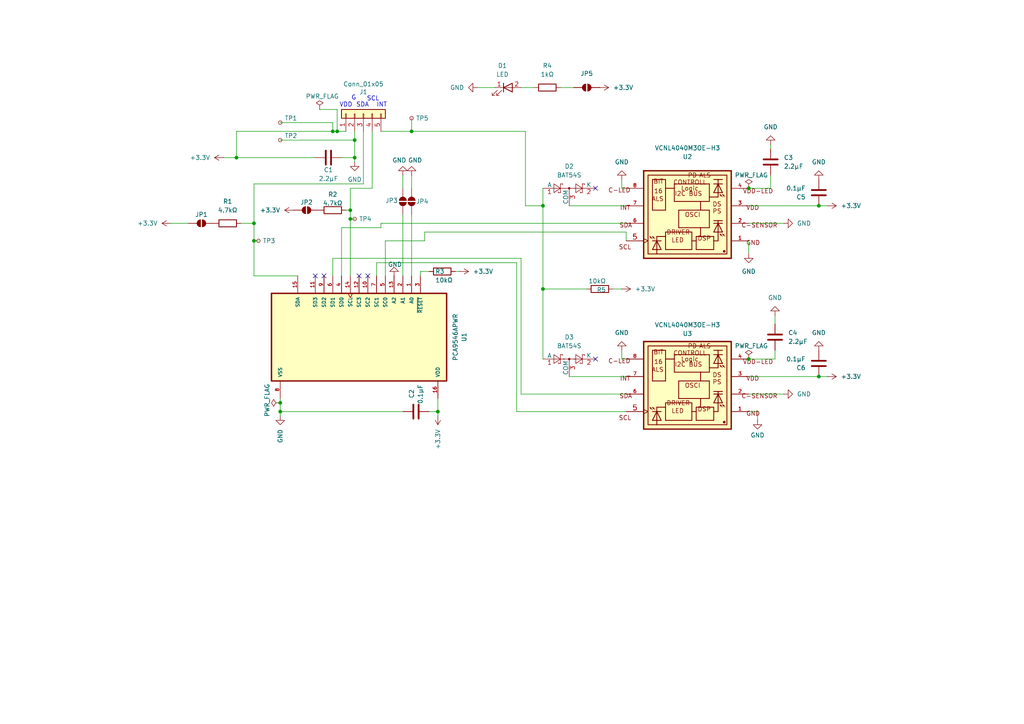
<source format=kicad_sch>
(kicad_sch (version 20250114) (generator "eeschema") (generator_version "9.0")
  (paper "A4")
  (title_block (title "Motion Play Sensor PCB") (date "2025-09-09") (rev "4.0"))
  (lib_symbols
    (symbol "Connector:TestPoint_Small" (pin_numbers (hide yes)) (pin_names (offset 0.762) (hide yes))
      (property "Reference" "TP" (at 0 3.81 0))
      (property "Value" "TestPoint_Small" (at 0 2.032 0))
      (symbol "TestPoint_Small_0_1"
        (circle (center 0 0) (radius 0.508))
      )
      (symbol "TestPoint_Small_1_1"
        (pin passive line (at 0 0 90) (length 0) (name "1") (number "1"))
      )
    )
    (symbol "Connector_Generic:Conn_01x05" (pin_names (offset 1.016) (hide yes))
      (property "Reference" "J" (at 0 7.62 0))
      (property "Value" "Conn_01x05" (at 0 -7.62 0))
      (symbol "Conn_01x05_1_1"
        (rectangle (start -1.27 6.35) (end 1.27 -6.35) (stroke (width 0.254)) (fill (type background)))
        (rectangle (start -1.27 5.207) (end 0 4.953) (stroke (width 0.1524)))
        (rectangle (start -1.27 2.667) (end 0 2.413) (stroke (width 0.1524)))
        (rectangle (start -1.27 0.127) (end 0 -0.127) (stroke (width 0.1524)))
        (rectangle (start -1.27 -2.413) (end 0 -2.667) (stroke (width 0.1524)))
        (rectangle (start -1.27 -4.953) (end 0 -5.207) (stroke (width 0.1524)))
        (pin passive line (at -5.08 5.08 0) (length 3.81) (name "Pin_1") (number "1"))
        (pin passive line (at -5.08 2.54 0) (length 3.81) (name "Pin_2") (number "2"))
        (pin passive line (at -5.08 0 0) (length 3.81) (name "Pin_3") (number "3"))
        (pin passive line (at -5.08 -2.54 0) (length 3.81) (name "Pin_4") (number "4"))
        (pin passive line (at -5.08 -5.08 0) (length 3.81) (name "Pin_5") (number "5"))
      )
    )
    (symbol "Device:C" (pin_numbers (hide yes)) (pin_names (offset 0.254))
      (property "Reference" "C" (at 0.635 2.54 0))
      (property "Value" "C" (at 0.635 -2.54 0))
      (symbol "C_0_1"
        (polyline (pts (xy -2.032 0.762) (xy 2.032 0.762)) (stroke (width 0.508)))
        (polyline (pts (xy -2.032 -0.762) (xy 2.032 -0.762)) (stroke (width 0.508)))
      )
      (symbol "C_1_1"
        (pin passive line (at 0 3.81 270) (length 2.794) (name "~") (number "1"))
        (pin passive line (at 0 -3.81 90) (length 2.794) (name "~") (number "2"))
      )
    )
    (symbol "Device:LED" (pin_names (offset 1.016) (hide yes))
      (property "Reference" "D" (at 0 2.54 0))
      (property "Value" "LED" (at 0 -2.54 0))
      (symbol "LED_0_1"
        (polyline (pts (xy -3.048 -0.762) (xy -4.572 -2.286) (xy -3.81 -2.286) (xy -4.572 -2.286) (xy -4.572 -1.524)))
        (polyline (pts (xy -1.778 -0.762) (xy -3.302 -2.286) (xy -2.54 -2.286) (xy -3.302 -2.286) (xy -3.302 -1.524)))
        (polyline (pts (xy -1.27 0) (xy 1.27 0)))
        (polyline (pts (xy -1.27 -1.27) (xy -1.27 1.27)) (stroke (width 0.254)))
        (polyline (pts (xy 1.27 -1.27) (xy 1.27 1.27) (xy -1.27 0) (xy 1.27 -1.27)) (stroke (width 0.254)))
      )
      (symbol "LED_1_1"
        (pin passive line (at -3.81 0 0) (length 2.54) (name "K") (number "1"))
        (pin passive line (at 3.81 0 180) (length 2.54) (name "A") (number "2"))
      )
    )
    (symbol "Device:R" (pin_numbers (hide yes)) (pin_names (offset 0))
      (property "Reference" "R" (at 2.032 0 90))
      (property "Value" "R" (at 0 0 90))
      (symbol "R_0_1"
        (rectangle (start -1.016 -2.54) (end 1.016 2.54) (stroke (width 0.254)))
      )
      (symbol "R_1_1"
        (pin passive line (at 0 3.81 270) (length 1.27) (name "~") (number "1"))
        (pin passive line (at 0 -3.81 90) (length 1.27) (name "~") (number "2"))
      )
    )
    (symbol "Diode:BAT54S" (pin_names (offset 0))
      (property "Reference" "D" (at 2.54 -5.08 0))
      (property "Value" "BAT54S" (at -6.35 3.175 0))
      (symbol "BAT54S_0_1"
        (polyline (pts (xy -4.445 1.27) (xy -4.445 -1.27) (xy -2.54 0) (xy -4.445 1.27)))
        (polyline (pts (xy -3.81 0) (xy -1.27 0)))
        (polyline (pts (xy -3.175 -1.27) (xy -3.175 -1.016)))
        (polyline (pts (xy -2.54 1.27) (xy -1.905 1.27)))
        (polyline (pts (xy -2.54 -1.27) (xy -3.175 -1.27)))
        (polyline (pts (xy -2.54 -1.27) (xy -2.54 1.27)))
        (polyline (pts (xy -1.905 1.27) (xy -1.905 1.016)))
        (polyline (pts (xy -1.905 0) (xy 1.905 0)))
        (circle (center 0 0) (radius 0.254) (fill (type outline)))
        (polyline (pts (xy 1.27 0) (xy 3.81 0)))
        (polyline (pts (xy 1.905 1.27) (xy 1.905 -1.27) (xy 3.81 0) (xy 1.905 1.27)))
        (polyline (pts (xy 3.175 -1.27) (xy 3.175 -1.016)))
        (polyline (pts (xy 3.81 1.27) (xy 4.445 1.27)))
        (polyline (pts (xy 3.81 -1.27) (xy 3.175 -1.27)))
        (polyline (pts (xy 3.81 -1.27) (xy 3.81 1.27)))
        (polyline (pts (xy 4.445 1.27) (xy 4.445 1.016)))
      )
      (symbol "BAT54S_1_1"
        (pin passive line (at -7.62 0 0) (length 3.81) (name "A") (number "1"))
        (pin passive line (at 0 -5.08 90) (length 5.08) (name "COM") (number "3"))
        (pin passive line (at 7.62 0 180) (length 3.81) (name "K") (number "2"))
      )
    )
    (symbol "Jumper:SolderJumper_2_Open" (pin_numbers (hide yes)) (pin_names (offset 0) (hide yes)) (in_bom no)
      (property "Reference" "JP" (at 0 2.032 0))
      (property "Value" "SolderJumper_2_Open" (at 0 -2.54 0))
      (symbol "SolderJumper_2_Open_0_1"
        (polyline (pts (xy -0.254 1.016) (xy -0.254 -1.016)))
        (arc (start -0.254 -1.016) (mid -1.2656 0) (end -0.254 1.016))
        (arc (start -0.254 -1.016) (mid -1.2656 0) (end -0.254 1.016) (fill (type outline)))
        (arc (start 0.254 1.016) (mid 1.2656 0) (end 0.254 -1.016))
        (arc (start 0.254 1.016) (mid 1.2656 0) (end 0.254 -1.016) (fill (type outline)))
        (polyline (pts (xy 0.254 1.016) (xy 0.254 -1.016)))
      )
      (symbol "SolderJumper_2_Open_1_1"
        (pin passive line (at -3.81 0 0) (length 2.54) (name "A") (number "1"))
        (pin passive line (at 3.81 0 180) (length 2.54) (name "B") (number "2"))
      )
    )
    (symbol "VCNL4040:VCNL4040M3OE-H3" (pin_names (offset 1.016))
      (property "Reference" "U1" (at -1.186 17.78 0))
      (property "Value" "VCNL4040M3OE-H3" (at -1.186 15.24 0))
      (symbol "VCNL4040M3OE-H3_0_0"
        (rectangle (start -12.7 -12.7) (end 12.7 12.7) (stroke (width 0.4064)) (fill (type background)))
        (polyline (pts (xy -11.43 11.43) (xy 8.89 11.43)) (stroke (width 0.254)))
        (polyline (pts (xy -11.43 -11.43) (xy -11.43 11.43)) (stroke (width 0.254)))
        (polyline (pts (xy -10.922 6.35) (xy -10.16 5.588)) (stroke (width 0.127)))
        (polyline (pts (xy -10.922 -5.08) (xy -10.16 -5.842)) (stroke (width 0.127)))
        (circle (center -10.668 10.668) (radius 0.1796) (stroke (width 0.254)))
        (circle (center -10.668 10.668) (radius 0.254) (stroke (width 0.254)))
        (polyline (pts (xy -10.668 5.842) (xy -10.16 5.588)) (stroke (width 0.127)))
        (polyline (pts (xy -10.668 -5.588) (xy -10.16 -5.842)) (stroke (width 0.127)))
        (circle (center -10.541 10.668) (radius 0.127) (stroke (width 0.254)))
        (polyline (pts (xy -10.414 6.096) (xy -10.668 5.842)) (stroke (width 0.127)))
        (polyline (pts (xy -10.414 -5.334) (xy -10.668 -5.588)) (stroke (width 0.127)))
        (polyline (pts (xy -10.16 6.35) (xy -9.398 5.588)) (stroke (width 0.127)))
        (polyline (pts (xy -10.16 5.588) (xy -10.414 6.096)) (stroke (width 0.127)))
        (polyline (pts (xy -10.16 5.08) (xy -7.62 5.08)) (stroke (width 0.254)))
        (polyline (pts (xy -10.16 2.54) (xy -7.62 2.54)) (stroke (width 0.254)))
        (polyline (pts (xy -10.16 -5.08) (xy -9.398 -5.842)) (stroke (width 0.127)))
        (polyline (pts (xy -10.16 -5.842) (xy -10.414 -5.334)) (stroke (width 0.127)))
        (polyline (pts (xy -10.16 -6.35) (xy -8.89 -8.89)) (stroke (width 0.254)))
        (polyline (pts (xy -9.906 5.842) (xy -9.398 5.588)) (stroke (width 0.127)))
        (polyline (pts (xy -9.906 -5.588) (xy -9.398 -5.842)) (stroke (width 0.127)))
        (polyline (pts (xy -9.652 6.096) (xy -9.906 5.842)) (stroke (width 0.127)))
        (polyline (pts (xy -9.652 -5.334) (xy -9.906 -5.588)) (stroke (width 0.127)))
        (polyline (pts (xy -9.398 5.588) (xy -9.652 6.096)) (stroke (width 0.127)))
        (polyline (pts (xy -9.398 -5.842) (xy -9.652 -5.334)) (stroke (width 0.127)))
        (polyline (pts (xy -8.89 7.62) (xy -8.89 2.54)) (stroke (width 0.254)))
        (polyline (pts (xy -8.89 2.54) (xy -10.16 5.08)) (stroke (width 0.254)))
        (polyline (pts (xy -8.89 2.54) (xy -8.89 1.778)) (stroke (width 0.254)))
        (polyline (pts (xy -8.89 1.778) (xy -10.16 1.778)) (stroke (width 0.254)))
        (polyline (pts (xy -8.89 1.778) (xy -7.62 1.778)) (stroke (width 0.254)))
        (polyline (pts (xy -8.89 -5.08) (xy -8.89 -8.89)) (stroke (width 0.254)))
        (polyline (pts (xy -8.89 -8.89) (xy -8.89 -10.16)) (stroke (width 0.254)))
        (polyline (pts (xy -8.89 -8.89) (xy -7.62 -6.35)) (stroke (width 0.254)))
        (polyline (pts (xy -8.89 -10.16) (xy -10.16 -10.16)) (stroke (width 0.254)))
        (polyline (pts (xy -8.89 -10.16) (xy -7.62 -10.16)) (stroke (width 0.254)))
        (polyline (pts (xy -7.62 10.16) (xy -7.62 7.62)) (stroke (width 0.254)))
        (polyline (pts (xy -7.62 7.62) (xy -8.89 7.62)) (stroke (width 0.254)))
        (polyline (pts (xy -7.62 7.62) (xy -7.62 6.35)) (stroke (width 0.254)))
        (polyline (pts (xy -7.62 6.35) (xy -3.81 6.35)) (stroke (width 0.254)))
        (polyline (pts (xy -7.62 5.08) (xy -8.89 2.54)) (stroke (width 0.254)))
        (polyline (pts (xy -7.62 -6.35) (xy -10.16 -6.35)) (stroke (width 0.254)))
        (polyline (pts (xy -7.62 -8.89) (xy -10.16 -8.89)) (stroke (width 0.254)))
        (polyline (pts (xy -6.35 3.81) (xy -6.35 -1.27)) (stroke (width 0.254)))
        (polyline (pts (xy -6.35 -1.27) (xy -3.81 -1.27)) (stroke (width 0.254)))
        (polyline (pts (xy -6.35 -3.81) (xy -6.35 -5.08)) (stroke (width 0.254)))
        (polyline (pts (xy -6.35 -5.08) (xy -8.89 -5.08)) (stroke (width 0.254)))
        (polyline (pts (xy -6.35 -5.08) (xy -6.35 -8.89)) (stroke (width 0.254)))
        (polyline (pts (xy -6.35 -8.89) (xy 3.81 -8.89)) (stroke (width 0.254)))
        (polyline (pts (xy -3.81 6.35) (xy -3.81 3.81)) (stroke (width 0.254)))
        (polyline (pts (xy -3.81 6.35) (xy -2.54 6.35)) (stroke (width 0.254)))
        (polyline (pts (xy -3.81 3.81) (xy -6.35 3.81)) (stroke (width 0.254)))
        (polyline (pts (xy -3.81 -1.27) (xy -3.81 -3.81)) (stroke (width 0.254)))
        (polyline (pts (xy -3.81 -1.27) (xy 2.54 -1.27)) (stroke (width 0.254)))
        (polyline (pts (xy -3.81 -3.81) (xy -6.35 -3.81)) (stroke (width 0.254)))
        (polyline (pts (xy -2.54 10.16) (xy -7.62 10.16)) (stroke (width 0.254)))
        (polyline (pts (xy -2.54 7.62) (xy -2.54 10.16)) (stroke (width 0.254)))
        (polyline (pts (xy -2.54 6.35) (xy -2.54 7.62)) (stroke (width 0.254)))
        (polyline (pts (xy -1.27 10.16) (xy -1.27 7.62)) (stroke (width 0.254)))
        (polyline (pts (xy -1.27 7.62) (xy -2.54 7.62)) (stroke (width 0.254)))
        (polyline (pts (xy -1.27 7.62) (xy -1.27 5.08)) (stroke (width 0.254)))
        (polyline (pts (xy -1.27 5.08) (xy 6.35 5.08)) (stroke (width 0.254)))
        (polyline (pts (xy 2.54 3.81) (xy -3.81 3.81)) (stroke (width 0.254)))
        (polyline (pts (xy 2.54 -1.27) (xy 2.54 3.81)) (stroke (width 0.254)))
        (polyline (pts (xy 3.81 -3.81) (xy -3.81 -3.81)) (stroke (width 0.254)))
        (polyline (pts (xy 3.81 -7.62) (xy 3.81 -3.81)) (stroke (width 0.254)))
        (polyline (pts (xy 3.81 -7.62) (xy 6.35 -7.62)) (stroke (width 0.254)))
        (polyline (pts (xy 3.81 -8.89) (xy 3.81 -7.62)) (stroke (width 0.254)))
        (polyline (pts (xy 6.35 10.16) (xy -1.27 10.16)) (stroke (width 0.254)))
        (polyline (pts (xy 6.35 6.35) (xy 6.35 10.16)) (stroke (width 0.254)))
        (polyline (pts (xy 6.35 6.35) (xy 8.89 6.35)) (stroke (width 0.254)))
        (polyline (pts (xy 6.35 5.08) (xy 6.35 6.35)) (stroke (width 0.254)))
        (polyline (pts (xy 6.35 -1.27) (xy 10.16 -1.27)) (stroke (width 0.254)))
        (polyline (pts (xy 6.35 -7.62) (xy 6.35 -1.27)) (stroke (width 0.254)))
        (polyline (pts (xy 6.35 -10.16) (xy 6.35 -7.62)) (stroke (width 0.254)))
        (polyline (pts (xy 7.62 10.16) (xy 8.89 7.62)) (stroke (width 0.254)))
        (polyline (pts (xy 7.62 7.62) (xy 10.16 7.62)) (stroke (width 0.254)))
        (polyline (pts (xy 8.89 11.43) (xy 11.43 11.43)) (stroke (width 0.254)))
        (polyline (pts (xy 8.89 7.62) (xy 8.89 11.43)) (stroke (width 0.254)))
        (polyline (pts (xy 8.89 7.62) (xy 10.16 10.16)) (stroke (width 0.254)))
        (polyline (pts (xy 8.89 6.35) (xy 8.89 7.62)) (stroke (width 0.254)))
        (polyline (pts (xy 9.398 7.112) (xy 10.16 6.35)) (stroke (width 0.127)))
        (polyline (pts (xy 9.652 6.604) (xy 10.16 6.35)) (stroke (width 0.127)))
        (polyline (pts (xy 9.906 6.858) (xy 9.652 6.604)) (stroke (width 0.127)))
        (polyline (pts (xy 10.16 10.16) (xy 7.62 10.16)) (stroke (width 0.254)))
        (polyline (pts (xy 10.16 7.112) (xy 10.922 6.35)) (stroke (width 0.127)))
        (polyline (pts (xy 10.16 6.35) (xy 9.906 6.858)) (stroke (width 0.127)))
        (polyline (pts (xy 10.16 -1.27) (xy 10.16 -10.16)) (stroke (width 0.254)))
        (polyline (pts (xy 10.16 -10.16) (xy 6.35 -10.16)) (stroke (width 0.254)))
        (polyline (pts (xy 10.414 6.604) (xy 10.922 6.35)) (stroke (width 0.127)))
        (polyline (pts (xy 10.668 6.858) (xy 10.414 6.604)) (stroke (width 0.127)))
        (polyline (pts (xy 10.922 6.35) (xy 10.668 6.858)) (stroke (width 0.127)))
        (polyline (pts (xy 11.43 11.43) (xy 11.43 -11.43)) (stroke (width 0.254)))
        (polyline (pts (xy 11.43 -11.43) (xy -11.43 -11.43)) (stroke (width 0.254)))
        (text "C-SENSOR" (at -26.162 3.81 0) (effects (font (size 1.2718 1.2718)) (justify left bottom)))
        (text "VDD-LED" (at -24.892 -6.096 0) (effects (font (size 1.2703 1.2703)) (justify left bottom)))
        (text "GND" (at -21.082 8.89 0) (effects (font (size 1.2715 1.2715)) (justify left bottom)))
        (text "VDD" (at -20.828 -1.27 0) (effects (font (size 1.2706 1.2706)) (justify left bottom)))
        (text "DS" (at -9.9221 -2.2897 0) (effects (font (size 1.2721 1.2721)) (justify left bottom)))
        (text "PS" (at -9.9114 -0.2541 0) (effects (font (size 1.2707 1.2707)) (justify left bottom)))
        (text "ALS" (at -6.8654 -10.6795 0) (effects (font (size 1.2714 1.2714)) (justify left bottom)))
        (text "DSP" (at -6.8605 7.6228 0) (effects (font (size 1.2705 1.2705)) (justify left bottom)))
        (text "CONTROLL" (at -5.5881 -8.6361 0) (effects (font (size 1.27 1.27)) (justify left bottom)))
        (text "I2C BUS" (at -4.3189 -5.3351 0) (effects (font (size 1.2703 1.2703)) (justify left bottom)))
        (text "OSCI" (at -3.8171 0.7634 0) (effects (font (size 1.2724 1.2724)) (justify left bottom)))
        (text "Logic" (at -3.3084 -6.8713 0) (effects (font (size 1.2725 1.2725)) (justify left bottom)))
        (text "PD" (at -2.7978 -10.6827 0) (effects (font (size 1.2717 1.2717)) (justify left bottom)))
        (text "DRIVER" (at -0.7626 5.8463 0) (effects (font (size 1.2709 1.2709)) (justify left bottom)))
        (text "LED" (at 1.0166 8.1331 0) (effects (font (size 1.2708 1.2708)) (justify left bottom)))
        (text "BIT" (at 6.8639 -8.8977 0) (effects (font (size 1.2711 1.2711)) (justify left bottom)))
        (text "ALS" (at 6.8707 -3.8171 0) (effects (font (size 1.2724 1.2724)) (justify left bottom)))
        (text "16" (at 7.1164 -6.0998 0) (effects (font (size 1.2708 1.2708)) (justify left bottom)))
        (text "SDA" (at 16.002 3.81 0) (effects (font (size 1.2719 1.2719)) (justify left bottom)))
        (text "SCL" (at 16.256 10.16 0) (effects (font (size 1.2703 1.2703)) (justify left bottom)))
        (text "INT" (at 16.51 -1.27 0) (effects (font (size 1.2719 1.2719)) (justify left bottom)))
        (text "C-LED" (at 16.51 -6.35 0) (effects (font (size 1.2724 1.2724)) (justify left bottom)))
        (pin power_in line (at -17.78 7.62 0) (length 5.08) (name "~") (number "1"))
        (pin passive line (at -17.78 2.54 0) (length 5.08) (name "~") (number "2"))
        (pin power_in line (at -17.78 -2.54 0) (length 5.08) (name "~") (number "3"))
        (pin power_in line (at -17.78 -7.62 0) (length 5.08) (name "~") (number "4"))
        (pin bidirectional line (at 17.78 2.54 180) (length 5.08) (name "~") (number "6"))
        (pin output line (at 17.78 -2.54 180) (length 5.08) (name "~") (number "7"))
      )
      (symbol "VCNL4040M3OE-H3_1_0"
        (pin input clock (at 17.78 7.62 180) (length 5.08) (name "~") (number "5"))
        (pin passive line (at 17.78 -7.62 180) (length 5.08) (name "~") (number "8"))
      )
    )
    (symbol "motion-play-symbols:PCA9546APWR" (pin_names (offset 1.016))
      (property "Reference" "U1" (at 0 30.48 0))
      (property "Value" "PCA9546APWR" (at 0 27.94 0))
      (symbol "PCA9546APWR_0_0"
        (rectangle (start -12.7 -25.4) (end 12.7 25.4) (stroke (width 0.41)) (fill (type background)))
        (pin input line (at -17.78 17.78 0) (length 5.08) (name "~{RESET}") (number "3"))
        (pin input line (at -17.78 15.24 0) (length 5.08) (name "A0") (number "1"))
        (pin input line (at -17.78 12.7 0) (length 5.08) (name "A1") (number "2"))
        (pin input line (at -17.78 10.16 0) (length 5.08) (name "A2") (number "13"))
        (pin input clock (at -17.78 -2.54 0) (length 5.08) (name "SCL") (number "14"))
        (pin input line (at -17.78 -5.08 0) (length 5.08) (name "SD0") (number "4"))
        (pin input line (at -17.78 -7.62 0) (length 5.08) (name "SD1") (number "6"))
        (pin input line (at -17.78 -10.16 0) (length 5.08) (name "SD2") (number "9"))
        (pin input line (at -17.78 -12.7 0) (length 5.08) (name "SD3") (number "11"))
        (pin bidirectional line (at -17.78 -17.78 0) (length 5.08) (name "SDA") (number "15"))
        (pin power_in line (at 17.78 22.86 180) (length 5.08) (name "VDD") (number "16"))
        (pin power_in line (at 17.78 -22.86 180) (length 5.08) (name "VSS") (number "8"))
      )
      (symbol "PCA9546APWR_1_0"
        (pin bidirectional line (at -17.78 7.62 0) (length 5.08) (name "SC0") (number "5"))
        (pin bidirectional line (at -17.78 5.08 0) (length 5.08) (name "SC1") (number "7"))
        (pin bidirectional line (at -17.78 2.54 0) (length 5.08) (name "SC2") (number "10"))
        (pin bidirectional line (at -17.78 0 0) (length 5.08) (name "SC3") (number "12"))
      )
    )
    (symbol "power:+3.3V" (power) (pin_numbers (hide yes)) (pin_names (offset 0) (hide yes))
      (property "Value" "+3.3V" (at 0 3.556 0))
      (symbol "+3.3V_0_1"
        (polyline (pts (xy -0.762 1.27) (xy 0 2.54)))
        (polyline (pts (xy 0 2.54) (xy 0.762 1.27)))
        (polyline (pts (xy 0 0) (xy 0 2.54)))
      )
      (symbol "+3.3V_1_1"
        (pin power_in line (at 0 0 90) (length 0) (name "~") (number "1"))
      )
    )
    (symbol "power:GND" (power) (pin_numbers (hide yes)) (pin_names (offset 0) (hide yes))
      (property "Value" "GND" (at 0 -3.81 0))
      (symbol "GND_0_1"
        (polyline (pts (xy 0 0) (xy 0 -1.27) (xy 1.27 -1.27) (xy 0 -2.54) (xy -1.27 -1.27) (xy 0 -1.27)))
      )
      (symbol "GND_1_1"
        (pin power_in line (at 0 0 270) (length 0) (name "~") (number "1"))
      )
    )
    (symbol "power:PWR_FLAG" (power) (pin_numbers (hide yes)) (pin_names (offset 0) (hide yes))
      (property "Value" "PWR_FLAG" (at 0 3.81 0))
      (symbol "PWR_FLAG_0_0"
        (pin power_out line (at 0 0 90) (length 0) (name "~") (number "1"))
      )
      (symbol "PWR_FLAG_0_1"
        (polyline (pts (xy 0 0) (xy 0 1.27) (xy -1.016 1.905) (xy 0 2.54) (xy 1.016 1.905) (xy 0 1.27)))
      )
    )
  )
  (text "SDA" (at 105.156 30.48 0) (effects (font (size 1.27 1.27))))
  (text "G" (at 102.616 28.448 0) (effects (font (size 1.27 1.27))))
  (text "SCL" (at 108.204 28.702 0) (effects (font (size 1.27 1.27))))
  (text "VDD" (at 100.33 30.48 0) (effects (font (size 1.27 1.27))))
  (text "INT" (at 110.744 30.48 0) (effects (font (size 1.27 1.27))))
  (junction (at 157.48 59.69))
  (junction (at 119.38 38.1))
  (junction (at 101.6 60.96))
  (junction (at 96.52 38.1))
  (junction (at 237.49 59.69))
  (junction (at 157.48 83.82))
  (junction (at 127 119.38))
  (junction (at 73.66 69.85))
  (junction (at 217.17 104.14))
  (junction (at 237.49 109.22))
  (junction (at 81.28 116.84))
  (junction (at 97.79 38.1))
  (junction (at 101.6 63.5))
  (junction (at 73.66 64.77))
  (junction (at 217.17 54.61))
  (junction (at 81.28 119.38))
  (junction (at 102.87 40.64))
  (junction (at 68.58 45.72))
  (junction (at 102.87 45.72))
  (no_connect (at 172.72 104.14))
  (no_connect (at 91.44 80.01))
  (no_connect (at 93.98 80.01))
  (no_connect (at 172.72 54.61))
  (no_connect (at 104.14 80.01))
  (no_connect (at 106.68 80.01))
  (wire (pts (xy 109.22 76.2) (xy 149.86 76.2)))
  (wire (pts (xy 100.33 60.96) (xy 101.6 60.96)))
  (wire (pts (xy 240.03 59.69) (xy 237.49 59.69)))
  (wire (pts (xy 217.17 119.38) (xy 219.71 119.38)))
  (wire (pts (xy 180.34 52.07) (xy 180.34 54.61)))
  (wire (pts (xy 227.33 114.3) (xy 217.17 114.3)))
  (wire (pts (xy 119.38 50.8) (xy 119.38 54.61)))
  (wire (pts (xy 110.49 64.77) (xy 181.61 64.77)))
  (wire (pts (xy 162.56 25.4) (xy 166.37 25.4)))
  (wire (pts (xy 237.49 59.69) (xy 217.17 59.69)))
  (wire (pts (xy 149.86 76.2) (xy 149.86 119.38)))
  (wire (pts (xy 81.28 119.38) (xy 81.28 116.84)))
  (wire (pts (xy 151.13 114.3) (xy 181.61 114.3)))
  (wire (pts (xy 73.66 53.34) (xy 73.66 64.77)))
  (wire (pts (xy 110.49 66.04) (xy 99.06 66.04)))
  (wire (pts (xy 151.13 74.93) (xy 151.13 114.3)))
  (wire (pts (xy 180.34 54.61) (xy 181.61 54.61)))
  (wire (pts (xy 69.85 64.77) (xy 73.66 64.77)))
  (wire (pts (xy 92.71 31.75) (xy 97.79 31.75)))
  (wire (pts (xy 73.66 64.77) (xy 73.66 69.85)))
  (wire (pts (xy 101.6 60.96) (xy 101.6 63.5)))
  (wire (pts (xy 224.79 104.14) (xy 224.79 101.6)))
  (wire (pts (xy 81.28 119.38) (xy 116.84 119.38)))
  (wire (pts (xy 101.6 63.5) (xy 102.87 63.5)))
  (wire (pts (xy 101.6 54.61) (xy 101.6 60.96)))
  (wire (pts (xy 102.87 45.72) (xy 102.87 46.99)))
  (wire (pts (xy 99.06 66.04) (xy 99.06 80.01)))
  (wire (pts (xy 149.86 119.38) (xy 181.61 119.38)))
  (wire (pts (xy 121.92 78.74) (xy 124.46 78.74)))
  (wire (pts (xy 96.52 74.93) (xy 151.13 74.93)))
  (wire (pts (xy 105.41 53.34) (xy 73.66 53.34)))
  (wire (pts (xy 73.66 69.85) (xy 74.93 69.85)))
  (wire (pts (xy 152.4 59.69) (xy 157.48 59.69)))
  (wire (pts (xy 180.34 104.14) (xy 180.34 101.6)))
  (wire (pts (xy 111.76 69.85) (xy 111.76 80.01)))
  (wire (pts (xy 123.19 67.31) (xy 181.61 67.31)))
  (wire (pts (xy 123.19 69.85) (xy 123.19 67.31)))
  (wire (pts (xy 97.79 38.1) (xy 100.33 38.1)))
  (wire (pts (xy 101.6 63.5) (xy 101.6 80.01)))
  (wire (pts (xy 224.79 91.44) (xy 224.79 93.98)))
  (wire (pts (xy 181.61 67.31) (xy 181.61 69.85)))
  (wire (pts (xy 68.58 38.1) (xy 68.58 45.72)))
  (wire (pts (xy 165.1 59.69) (xy 181.61 59.69)))
  (wire (pts (xy 127 119.38) (xy 127 115.57)))
  (wire (pts (xy 165.1 109.22) (xy 181.61 109.22)))
  (wire (pts (xy 105.41 38.1) (xy 105.41 53.34)))
  (wire (pts (xy 170.18 83.82) (xy 157.48 83.82)))
  (wire (pts (xy 68.58 38.1) (xy 96.52 38.1)))
  (wire (pts (xy 81.28 120.65) (xy 81.28 119.38)))
  (wire (pts (xy 73.66 69.85) (xy 73.66 80.01)))
  (wire (pts (xy 217.17 73.66) (xy 217.17 69.85)))
  (wire (pts (xy 81.28 35.56) (xy 96.52 35.56)))
  (wire (pts (xy 96.52 38.1) (xy 97.79 38.1)))
  (wire (pts (xy 152.4 38.1) (xy 152.4 59.69)))
  (wire (pts (xy 96.52 80.01) (xy 96.52 74.93)))
  (wire (pts (xy 217.17 104.14) (xy 224.79 104.14)))
  (wire (pts (xy 157.48 54.61) (xy 157.48 59.69)))
  (wire (pts (xy 110.49 38.1) (xy 119.38 38.1)))
  (wire (pts (xy 219.71 119.38) (xy 219.71 121.92)))
  (wire (pts (xy 227.33 64.77) (xy 217.17 64.77)))
  (wire (pts (xy 237.49 109.22) (xy 217.17 109.22)))
  (wire (pts (xy 49.53 64.77) (xy 54.61 64.77)))
  (wire (pts (xy 68.58 45.72) (xy 91.44 45.72)))
  (wire (pts (xy 151.13 25.4) (xy 154.94 25.4)))
  (wire (pts (xy 109.22 80.01) (xy 109.22 76.2)))
  (wire (pts (xy 110.49 66.04) (xy 110.49 64.77)))
  (wire (pts (xy 81.28 40.64) (xy 102.87 40.64)))
  (wire (pts (xy 64.77 45.72) (xy 68.58 45.72)))
  (wire (pts (xy 127 120.65) (xy 127 119.38)))
  (wire (pts (xy 116.84 50.8) (xy 116.84 54.61)))
  (wire (pts (xy 99.06 45.72) (xy 102.87 45.72)))
  (wire (pts (xy 157.48 83.82) (xy 157.48 104.14)))
  (wire (pts (xy 102.87 40.64) (xy 102.87 45.72)))
  (wire (pts (xy 119.38 38.1) (xy 152.4 38.1)))
  (wire (pts (xy 107.95 38.1) (xy 107.95 54.61)))
  (wire (pts (xy 81.28 116.84) (xy 81.28 115.57)))
  (wire (pts (xy 223.52 41.91) (xy 223.52 43.18)))
  (wire (pts (xy 102.87 38.1) (xy 102.87 40.64)))
  (wire (pts (xy 124.46 119.38) (xy 127 119.38)))
  (wire (pts (xy 96.52 35.56) (xy 96.52 38.1)))
  (wire (pts (xy 73.66 80.01) (xy 86.36 80.01)))
  (wire (pts (xy 97.79 31.75) (xy 97.79 38.1)))
  (wire (pts (xy 107.95 54.61) (xy 101.6 54.61)))
  (wire (pts (xy 116.84 62.23) (xy 116.84 80.01)))
  (wire (pts (xy 181.61 104.14) (xy 180.34 104.14)))
  (wire (pts (xy 132.08 78.74) (xy 133.35 78.74)))
  (wire (pts (xy 121.92 80.01) (xy 121.92 78.74)))
  (wire (pts (xy 138.43 25.4) (xy 143.51 25.4)))
  (wire (pts (xy 123.19 69.85) (xy 111.76 69.85)))
  (wire (pts (xy 240.03 109.22) (xy 237.49 109.22)))
  (wire (pts (xy 223.52 54.61) (xy 223.52 50.8)))
  (wire (pts (xy 119.38 34.29) (xy 119.38 38.1)))
  (wire (pts (xy 177.8 83.82) (xy 180.34 83.82)))
  (wire (pts (xy 119.38 62.23) (xy 119.38 80.01)))
  (wire (pts (xy 217.17 54.61) (xy 223.52 54.61)))
  (wire (pts (xy 157.48 59.69) (xy 157.48 83.82)))
  (symbol (lib_id "Device:R") (at 96.52 60.96 90) (unit 1)
    (property "Reference" "R2" (at 96.52 56.388 90))
    (property "Value" "4.7kΩ" (at 96.52 58.928 90))
    (property "Footprint" "Resistor_SMD:R_0603_1608Metric" (effects (hide yes)))
    (property "Description" "Resistor" (effects (hide yes)))
    (property "LCSC Part" "C99782" (effects (hide yes)))
  )
  (symbol (lib_id "power:GND") (at 116.84 50.8 180) (unit 1)
    (property "Reference" "#PWR07" (effects (hide yes)))
    (property "Value" "GND" (at 115.824 46.482 0))
    (property "Description" "Power symbol creates a global label with name \"GND\" , ground" (effects (hide yes)))
  )
  (symbol (lib_id "Device:C") (at 223.52 46.99 0) (unit 1)
    (property "Reference" "C3" (at 227.33 45.7199 0) (effects (justify left)))
    (property "Value" "2.2µF" (at 227.33 48.2599 0) (effects (justify left)))
    (property "Footprint" "Capacitor_SMD:C_0603_1608Metric" (effects (hide yes)))
    (property "Description" "Unpolarized capacitor" (effects (hide yes)))
    (property "LCSC Part" "C23630" (effects (hide yes)))
  )
  (symbol (lib_id "power:+3.3V") (at 127 120.65 180) (unit 1)
    (property "Reference" "#PWR08" (effects (hide yes)))
    (property "Value" "+3.3V" (at 127.0001 124.46 90) (effects (justify left)))
    (property "Description" "Power symbol creates a global label with name \"+3.3V\"" (effects (hide yes)))
  )
  (symbol (lib_id "power:GND") (at 217.17 73.66 0) (unit 1)
    (property "Reference" "#PWR015" (effects (hide yes)))
    (property "Value" "GND" (at 217.17 78.74 0))
    (property "Description" "Power symbol creates a global label with name \"GND\" , ground" (effects (hide yes)))
  )
  (symbol (lib_id "Connector:TestPoint_Small") (at 81.28 40.64 0) (unit 1)
    (property "Reference" "TP2" (at 82.55 39.37 0) (effects (justify left)))
    (property "Value" "TestPoint_Small" (effects (hide yes)))
    (property "Footprint" "TestPoint:TestPoint_Pad_D1.5mm" (effects (hide yes)))
    (property "Description" "test point" (effects (hide yes)))
  )
  (symbol (lib_id "power:+3.3V") (at 240.03 59.69 270) (unit 1)
    (property "Reference" "#PWR023" (effects (hide yes)))
    (property "Value" "+3.3V" (at 243.84 59.6901 90) (effects (justify left)))
    (property "Description" "Power symbol creates a global label with name \"+3.3V\"" (effects (hide yes)))
  )
  (symbol (lib_id "power:+3.3V") (at 173.99 25.4 270) (unit 1)
    (property "Reference" "#PWR011" (effects (hide yes)))
    (property "Value" "+3.3V" (at 177.8 25.4001 90) (effects (justify left)))
    (property "Description" "Power symbol creates a global label with name \"+3.3V\"" (effects (hide yes)))
  )
  (symbol (lib_id "Connector:TestPoint_Small") (at 102.87 63.5 0) (unit 1)
    (property "Reference" "TP4" (at 104.14 63.4999 0) (effects (justify left)))
    (property "Value" "TestPoint_Small" (effects (hide yes)))
    (property "Footprint" "TestPoint:TestPoint_Pad_D1.5mm" (effects (hide yes)))
    (property "Description" "test point" (effects (hide yes)))
  )
  (symbol (lib_id "power:GND") (at 180.34 101.6 180) (unit 1)
    (property "Reference" "#PWR014" (effects (hide yes)))
    (property "Value" "GND" (at 180.34 96.52 0))
    (property "Description" "Power symbol creates a global label with name \"GND\" , ground" (effects (hide yes)))
  )
  (symbol (lib_id "power:GND") (at 102.87 46.99 0) (unit 1)
    (property "Reference" "#PWR05" (effects (hide yes)))
    (property "Value" "GND" (at 102.87 52.07 0))
    (property "Description" "Power symbol creates a global label with name \"GND\" , ground" (effects (hide yes)))
  )
  (symbol (lib_id "VCNL4040:VCNL4040M3OE-H3") (at 199.39 111.76 180) (unit 1)
    (property "Reference" "U3" (at 199.39 96.774 0))
    (property "Value" "VCNL4040M3OE-H3" (at 199.39 94.234 0))
    (property "Footprint" "motion-play-footprints:VISHAY_VCNL4040" (effects (hide yes)))
    (property "TAPE_REEL" "Yes" (effects (hide yes)))
    (property "MF" "Vishay" (effects (hide yes)))
    (property "Description_1" "\n                        \n                            Optical Sensor Ambient 550nm I2C 8-SMD Module\n                        \n" (effects (hide yes)))
    (property "Package" "None" (effects (hide yes)))
    (property "Price" "None" (effects (hide yes)))
    (property "VOLUME" "MOQ: 1500 pcs" (effects (hide yes)))
    (property "SnapEDA_Link" "https://www.snapeda.com/parts/VCNL4040M3OE-H3/Vishay+Semiconductor+Opto+Division/view-part/?ref=snap" (effects (hide yes)))
    (property "MP" "VCNL4040M3OE-H3" (effects (hide yes)))
    (property "Availability" "In Stock" (effects (hide yes)))
    (property "Check_prices" "https://www.snapeda.com/parts/VCNL4040M3OE-H3/Vishay+Semiconductor+Opto+Division/view-part/?ref=eda" (effects (hide yes)))
    (property "LCSC Part" "C142526" (effects (hide yes)))
  )
  (symbol (lib_id "Connector_Generic:Conn_01x05") (at 105.41 33.02 90) (unit 1)
    (property "Reference" "J1" (at 105.41 26.67 90))
    (property "Value" "Conn_01x05" (at 105.41 24.384 90))
    (property "Footprint" "Connector_JST:JST_SH_SM05B-SRSS-TB_1x05-1MP_P1.00mm_Horizontal" (effects (hide yes)))
    (property "Description" "JST-SH 1mm pitch 5 pin single row connector, right angle, surface mount" (effects (hide yes)))
    (property "LCSC Part" "C136657" (effects (hide yes)))
  )
  (symbol (lib_id "Jumper:SolderJumper_2_Open") (at 170.18 25.4 0) (unit 1) (in_bom no)
    (property "Reference" "JP5" (at 170.18 21.336 0))
    (property "Value" "SolderJumper_2_Open" (effects (hide yes)))
    (property "Footprint" "Jumper:SolderJumper-2_P1.3mm_Open_RoundedPad1.0x1.5mm" (effects (hide yes)))
    (property "Description" "Solder Jumper, 2-pole, open" (effects (hide yes)))
  )
  (symbol (lib_id "Device:C") (at 237.49 55.88 180) (unit 1)
    (property "Reference" "C5" (at 233.68 57.1501 0) (effects (justify left)))
    (property "Value" "0.1µF" (at 233.68 54.6101 0) (effects (justify left)))
    (property "Footprint" "Capacitor_SMD:C_0603_1608Metric" (effects (hide yes)))
    (property "Description" "Unpolarized capacitor" (effects (hide yes)))
    (property "LCSC Part" "C14663" (effects (hide yes)))
  )
  (symbol (lib_id "motion-play-symbols:PCA9546APWR") (at 104.14 97.79 270) (unit 1)
    (property "Reference" "U1" (at 134.62 97.79 0))
    (property "Value" "PCA9546APWR" (at 132.08 97.79 0))
    (property "Footprint" "motion-play-footprints:SOP65P640X120-16N" (effects (hide yes)))
    (property "LCSC Part" "C400705" (effects (hide yes)))
  )
  (symbol (lib_id "Device:LED") (at 147.32 25.4 0) (unit 1)
    (property "Reference" "D1" (at 145.7325 19.05 0))
    (property "Value" "LED" (at 145.7325 21.59 0))
    (property "Footprint" "LED_SMD:LED_0603_1608Metric" (effects (hide yes)))
    (property "Description" "Light emitting diode" (effects (hide yes)))
    (property "Sim.Pins" "1=K 2=A" (effects (hide yes)))
    (property "LCSC Part" "C19171301" (effects (hide yes)))
  )
  (symbol (lib_id "Device:C") (at 237.49 105.41 180) (unit 1)
    (property "Reference" "C6" (at 233.68 106.6801 0) (effects (justify left)))
    (property "Value" "0.1µF" (at 233.68 104.1401 0) (effects (justify left)))
    (property "Footprint" "Capacitor_SMD:C_0603_1608Metric" (effects (hide yes)))
    (property "Description" "Unpolarized capacitor" (effects (hide yes)))
    (property "LCSC Part" "C14663" (effects (hide yes)))
  )
  (symbol (lib_id "power:+3.3V") (at 180.34 83.82 270) (unit 1)
    (property "Reference" "#PWR013" (effects (hide yes)))
    (property "Value" "+3.3V" (at 184.15 83.8201 90) (effects (justify left)))
    (property "Description" "Power symbol creates a global label with name \"+3.3V\"" (effects (hide yes)))
  )
  (symbol (lib_id "power:GND") (at 114.3 80.01 180) (unit 1)
    (property "Reference" "#PWR06" (effects (hide yes)))
    (property "Value" "GND" (at 114.554 76.708 0))
    (property "Description" "Power symbol creates a global label with name \"GND\" , ground" (effects (hide yes)))
  )
  (symbol (lib_id "Device:C") (at 224.79 97.79 0) (unit 1)
    (property "Reference" "C4" (at 228.6 96.5199 0) (effects (justify left)))
    (property "Value" "2.2µF" (at 228.6 99.0599 0) (effects (justify left)))
    (property "Footprint" "Capacitor_SMD:C_0603_1608Metric" (effects (hide yes)))
    (property "Description" "Unpolarized capacitor" (effects (hide yes)))
    (property "LCSC Part" "C23630" (effects (hide yes)))
  )
  (symbol (lib_id "power:GND") (at 180.34 52.07 180) (unit 1)
    (property "Reference" "#PWR012" (effects (hide yes)))
    (property "Value" "GND" (at 180.34 46.99 0))
    (property "Description" "Power symbol creates a global label with name \"GND\" , ground" (effects (hide yes)))
  )
  (symbol (lib_id "power:GND") (at 219.71 121.92 0) (unit 1)
    (property "Reference" "#PWR016" (effects (hide yes)))
    (property "Value" "GND" (at 219.71 126.238 0))
    (property "Description" "Power symbol creates a global label with name \"GND\" , ground" (effects (hide yes)))
  )
  (symbol (lib_id "power:GND") (at 237.49 52.07 180) (unit 1)
    (property "Reference" "#PWR021" (effects (hide yes)))
    (property "Value" "GND" (at 237.49 46.99 0))
    (property "Description" "Power symbol creates a global label with name \"GND\" , ground" (effects (hide yes)))
  )
  (symbol (lib_id "power:GND") (at 227.33 114.3 90) (unit 1)
    (property "Reference" "#PWR020" (effects (hide yes)))
    (property "Value" "GND" (at 231.14 114.3001 90) (effects (justify right)))
    (property "Description" "Power symbol creates a global label with name \"GND\" , ground" (effects (hide yes)))
  )
  (symbol (lib_id "power:GND") (at 237.49 101.6 180) (unit 1)
    (property "Reference" "#PWR022" (effects (hide yes)))
    (property "Value" "GND" (at 237.49 96.52 0))
    (property "Description" "Power symbol creates a global label with name \"GND\" , ground" (effects (hide yes)))
  )
  (symbol (lib_id "power:+3.3V") (at 85.09 60.96 90) (unit 1)
    (property "Reference" "#PWR04" (effects (hide yes)))
    (property "Value" "+3.3V" (at 81.28 60.9599 90) (effects (justify left)))
    (property "Description" "Power symbol creates a global label with name \"+3.3V\"" (effects (hide yes)))
  )
  (symbol (lib_id "Device:C") (at 95.25 45.72 270) (unit 1)
    (property "Reference" "C1" (at 95.25 49.276 90))
    (property "Value" "2.2µF" (at 95.25 51.816 90))
    (property "Footprint" "Capacitor_SMD:C_0603_1608Metric" (effects (hide yes)))
    (property "Description" "Unpolarized capacitor" (effects (hide yes)))
    (property "LCSC Part" "C23630" (effects (hide yes)))
  )
  (symbol (lib_id "power:+3.3V") (at 133.35 78.74 270) (unit 1)
    (property "Reference" "#PWR09" (effects (hide yes)))
    (property "Value" "+3.3V" (at 137.16 78.7399 90) (effects (justify left)))
    (property "Description" "Power symbol creates a global label with name \"+3.3V\"" (effects (hide yes)))
  )
  (symbol (lib_id "Connector:TestPoint_Small") (at 81.28 35.56 0) (unit 1)
    (property "Reference" "TP1" (at 82.55 34.29 0) (effects (justify left)))
    (property "Value" "TestPoint_Small" (effects (hide yes)))
    (property "Footprint" "TestPoint:TestPoint_Pad_D1.5mm" (effects (hide yes)))
    (property "Description" "test point" (effects (hide yes)))
  )
  (symbol (lib_id "VCNL4040:VCNL4040M3OE-H3") (at 199.39 62.23 180) (unit 1)
    (property "Reference" "U2" (at 199.39 45.466 0))
    (property "Value" "VCNL4040M3OE-H3" (at 199.39 42.926 0))
    (property "Footprint" "motion-play-footprints:VISHAY_VCNL4040" (effects (hide yes)))
    (property "TAPE_REEL" "Yes" (effects (hide yes)))
    (property "MF" "Vishay" (effects (hide yes)))
    (property "Description_1" "\n                        \n                            Optical Sensor Ambient 550nm I2C 8-SMD Module\n                        \n" (effects (hide yes)))
    (property "Package" "None" (effects (hide yes)))
    (property "Price" "None" (effects (hide yes)))
    (property "VOLUME" "MOQ: 1500 pcs" (effects (hide yes)))
    (property "SnapEDA_Link" "https://www.snapeda.com/parts/VCNL4040M3OE-H3/Vishay+Semiconductor+Opto+Division/view-part/?ref=snap" (effects (hide yes)))
    (property "MP" "VCNL4040M3OE-H3" (effects (hide yes)))
    (property "Availability" "In Stock" (effects (hide yes)))
    (property "Check_prices" "https://www.snapeda.com/parts/VCNL4040M3OE-H3/Vishay+Semiconductor+Opto+Division/view-part/?ref=eda" (effects (hide yes)))
    (property "LCSC Part" "C142526" (effects (hide yes)))
  )
  (symbol (lib_id "Device:R") (at 158.75 25.4 90) (unit 1)
    (property "Reference" "R4" (at 158.75 19.05 90))
    (property "Value" "1kΩ" (at 158.75 21.59 90))
    (property "Footprint" "Resistor_SMD:R_0603_1608Metric" (effects (hide yes)))
    (property "Description" "Resistor" (effects (hide yes)))
    (property "LCSC Part" "C22548" (effects (hide yes)))
  )
  (symbol (lib_id "Device:R") (at 128.27 78.74 90) (unit 1)
    (property "Reference" "R3" (at 126.238 78.74 90) (effects (justify right)))
    (property "Value" "10kΩ" (at 126.238 81.28 90) (effects (justify right)))
    (property "Footprint" "Resistor_SMD:R_0603_1608Metric" (effects (hide yes)))
    (property "Description" "Resistor" (effects (hide yes)))
    (property "LCSC Part" "C25804" (effects (hide yes)))
  )
  (symbol (lib_id "power:PWR_FLAG") (at 217.17 54.61 0) (unit 1)
    (property "Reference" "#FLG01" (effects (hide yes)))
    (property "Value" "PWR_FLAG" (at 217.932 50.8 0))
    (property "Description" "Special symbol for telling ERC where power comes from" (effects (hide yes)))
  )
  (symbol (lib_id "power:+3.3V") (at 240.03 109.22 270) (unit 1)
    (property "Reference" "#PWR024" (effects (hide yes)))
    (property "Value" "+3.3V" (at 243.84 109.2201 90) (effects (justify left)))
    (property "Description" "Power symbol creates a global label with name \"+3.3V\"" (effects (hide yes)))
  )
  (symbol (lib_id "Connector:TestPoint_Small") (at 74.93 69.85 0) (unit 1)
    (property "Reference" "TP3" (at 76.2 69.8499 0) (effects (justify left)))
    (property "Value" "TestPoint_Small" (effects (hide yes)))
    (property "Footprint" "TestPoint:TestPoint_Pad_D1.5mm" (effects (hide yes)))
    (property "Description" "test point" (effects (hide yes)))
  )
  (symbol (lib_id "Connector:TestPoint_Small") (at 119.38 34.29 0) (unit 1)
    (property "Reference" "TP5" (at 120.65 34.2899 0) (effects (justify left)))
    (property "Value" "TestPoint_Small" (effects (hide yes)))
    (property "Footprint" "TestPoint:TestPoint_Pad_D1.5mm" (effects (hide yes)))
    (property "Description" "test point" (effects (hide yes)))
  )
  (symbol (lib_id "Jumper:SolderJumper_2_Open") (at 58.42 64.77 0) (unit 1) (in_bom no)
    (property "Reference" "JP1" (at 58.42 62.23 0))
    (property "Value" "SolderJumper_2_Open" (effects (hide yes)))
    (property "Footprint" "Jumper:SolderJumper-2_P1.3mm_Open_RoundedPad1.0x1.5mm" (effects (hide yes)))
    (property "Description" "Solder Jumper, 2-pole, open" (effects (hide yes)))
  )
  (symbol (lib_id "Device:R") (at 173.99 83.82 270) (unit 1)
    (property "Reference" "R5" (at 175.768 84.074 90) (effects (justify right)))
    (property "Value" "10kΩ" (at 175.768 81.534 90) (effects (justify right)))
    (property "Footprint" "Resistor_SMD:R_0603_1608Metric" (effects (hide yes)))
    (property "Description" "Resistor" (effects (hide yes)))
    (property "LCSC Part" "C25804" (effects (hide yes)))
  )
  (symbol (lib_id "power:PWR_FLAG") (at 217.17 104.14 0) (unit 1)
    (property "Reference" "#FLG02" (effects (hide yes)))
    (property "Value" "PWR_FLAG" (at 217.932 100.33 0))
    (property "Description" "Special symbol for telling ERC where power comes from" (effects (hide yes)))
  )
  (symbol (lib_id "power:GND") (at 227.33 64.77 90) (unit 1)
    (property "Reference" "#PWR019" (effects (hide yes)))
    (property "Value" "GND" (at 231.14 64.7701 90) (effects (justify right)))
    (property "Description" "Power symbol creates a global label with name \"GND\" , ground" (effects (hide yes)))
  )
  (symbol (lib_id "power:GND") (at 119.38 50.8 180) (unit 1)
    (property "Reference" "#PWR025" (effects (hide yes)))
    (property "Value" "GND" (at 120.396 46.482 0))
    (property "Description" "Power symbol creates a global label with name \"GND\" , ground" (effects (hide yes)))
  )
  (symbol (lib_id "Device:C") (at 120.65 119.38 90) (unit 1)
    (property "Reference" "C2" (at 119.3799 115.57 0) (effects (justify left)))
    (property "Value" "0.1µF" (at 121.92 111.506 0) (effects (justify right)))
    (property "Footprint" "Capacitor_SMD:C_0603_1608Metric" (effects (hide yes)))
    (property "Description" "Unpolarized capacitor" (effects (hide yes)))
    (property "LCSC Part" "C14663" (effects (hide yes)))
  )
  (symbol (lib_id "power:+3.3V") (at 64.77 45.72 90) (unit 1)
    (property "Reference" "#PWR02" (effects (hide yes)))
    (property "Value" "+3.3V" (at 60.96 45.7199 90) (effects (justify left)))
    (property "Description" "Power symbol creates a global label with name \"+3.3V\"" (effects (hide yes)))
  )
  (symbol (lib_id "power:PWR_FLAG") (at 92.71 31.75 0) (unit 1)
    (property "Reference" "#FLG03" (effects (hide yes)))
    (property "Value" "PWR_FLAG" (at 93.472 27.94 0))
    (property "Description" "Special symbol for telling ERC where power comes from" (effects (hide yes)))
  )
  (symbol (lib_id "power:GND") (at 81.28 120.65 0) (unit 1)
    (property "Reference" "#PWR03" (effects (hide yes)))
    (property "Value" "GND" (at 81.2801 124.46 90) (effects (justify right)))
    (property "Description" "Power symbol creates a global label with name \"GND\" , ground" (effects (hide yes)))
  )
  (symbol (lib_id "Jumper:SolderJumper_2_Open") (at 88.9 60.96 0) (unit 1) (in_bom no)
    (property "Reference" "JP2" (at 88.9 58.674 0))
    (property "Value" "SolderJumper_2_Open" (effects (hide yes)))
    (property "Footprint" "Jumper:SolderJumper-2_P1.3mm_Open_RoundedPad1.0x1.5mm" (effects (hide yes)))
    (property "Description" "Solder Jumper, 2-pole, open" (effects (hide yes)))
  )
  (symbol (lib_id "Diode:BAT54S") (at 165.1 54.61 0) (unit 1)
    (property "Reference" "D2" (at 165.1 48.26 0))
    (property "Value" "BAT54S" (at 165.1 50.8 0))
    (property "Footprint" "Package_TO_SOT_SMD:SOT-23" (effects (hide yes)))
    (property "Datasheet" "https://www.diodes.com/assets/Datasheets/ds11005.pdf" (effects (hide yes)))
    (property "Description" "Vr 30V, If 200mA, Dual schottky barrier diode, in series, SOT-323" (effects (hide yes)))
    (property "LCSC Part" "C727126" (effects (hide yes)))
  )
  (symbol (lib_id "power:GND") (at 224.79 91.44 180) (unit 1)
    (property "Reference" "#PWR018" (effects (hide yes)))
    (property "Value" "GND" (at 224.79 86.36 0))
    (property "Description" "Power symbol creates a global label with name \"GND\" , ground" (effects (hide yes)))
  )
  (symbol (lib_id "Diode:BAT54S") (at 165.1 104.14 0) (unit 1)
    (property "Reference" "D3" (at 165.1 97.79 0))
    (property "Value" "BAT54S" (at 165.1 100.33 0))
    (property "Footprint" "Package_TO_SOT_SMD:SOT-23" (effects (hide yes)))
    (property "Datasheet" "https://www.diodes.com/assets/Datasheets/ds11005.pdf" (effects (hide yes)))
    (property "Description" "Vr 30V, If 200mA, Dual schottky barrier diode, in series, SOT-323" (effects (hide yes)))
    (property "LCSC Part" "C727126" (effects (hide yes)))
  )
  (symbol (lib_id "Jumper:SolderJumper_2_Open") (at 119.38 58.42 90) (unit 1) (in_bom no)
    (property "Reference" "JP4" (at 120.65 58.42 90) (effects (justify right)))
    (property "Value" "SolderJumper_2_Open" (effects (hide yes)))
    (property "Footprint" "Jumper:SolderJumper-2_P1.3mm_Open_RoundedPad1.0x1.5mm" (effects (hide yes)))
    (property "Description" "Solder Jumper, 2-pole, open" (effects (hide yes)))
  )
  (symbol (lib_id "Jumper:SolderJumper_2_Open") (at 116.84 58.42 90) (unit 1) (in_bom no)
    (property "Reference" "JP3" (at 111.76 58.166 90) (effects (justify right)))
    (property "Value" "SolderJumper_2_Open" (effects (hide yes)))
    (property "Footprint" "Jumper:SolderJumper-2_P1.3mm_Open_RoundedPad1.0x1.5mm" (effects (hide yes)))
    (property "Description" "Solder Jumper, 2-pole, open" (effects (hide yes)))
  )
  (symbol (lib_id "power:GND") (at 223.52 41.91 180) (unit 1)
    (property "Reference" "#PWR017" (effects (hide yes)))
    (property "Value" "GND" (at 223.52 36.83 0))
    (property "Description" "Power symbol creates a global label with name \"GND\" , ground" (effects (hide yes)))
  )
  (symbol (lib_id "Device:R") (at 66.04 64.77 90) (unit 1)
    (property "Reference" "R1" (at 66.04 58.42 90))
    (property "Value" "4.7kΩ" (at 66.04 60.96 90))
    (property "Footprint" "Resistor_SMD:R_0603_1608Metric" (effects (hide yes)))
    (property "Description" "Resistor" (effects (hide yes)))
    (property "LCSC Part" "C99782" (effects (hide yes)))
  )
  (symbol (lib_id "power:+3.3V") (at 49.53 64.77 90) (unit 1)
    (property "Reference" "#PWR01" (effects (hide yes)))
    (property "Value" "+3.3V" (at 45.72 64.7699 90) (effects (justify left)))
    (property "Description" "Power symbol creates a global label with name \"+3.3V\"" (effects (hide yes)))
  )
  (symbol (lib_id "power:GND") (at 138.43 25.4 270) (unit 1)
    (property "Reference" "#PWR010" (effects (hide yes)))
    (property "Value" "GND" (at 134.62 25.3999 90) (effects (justify right)))
    (property "Description" "Power symbol creates a global label with name \"GND\" , ground" (effects (hide yes)))
  )
  (symbol (lib_id "power:PWR_FLAG") (at 81.28 116.84 90) (unit 1)
    (property "Reference" "#FLG04" (effects (hide yes)))
    (property "Value" "PWR_FLAG" (at 77.47 116.078 0))
    (property "Description" "Special symbol for telling ERC where power comes from" (effects (hide yes)))
  )
)
</source>
